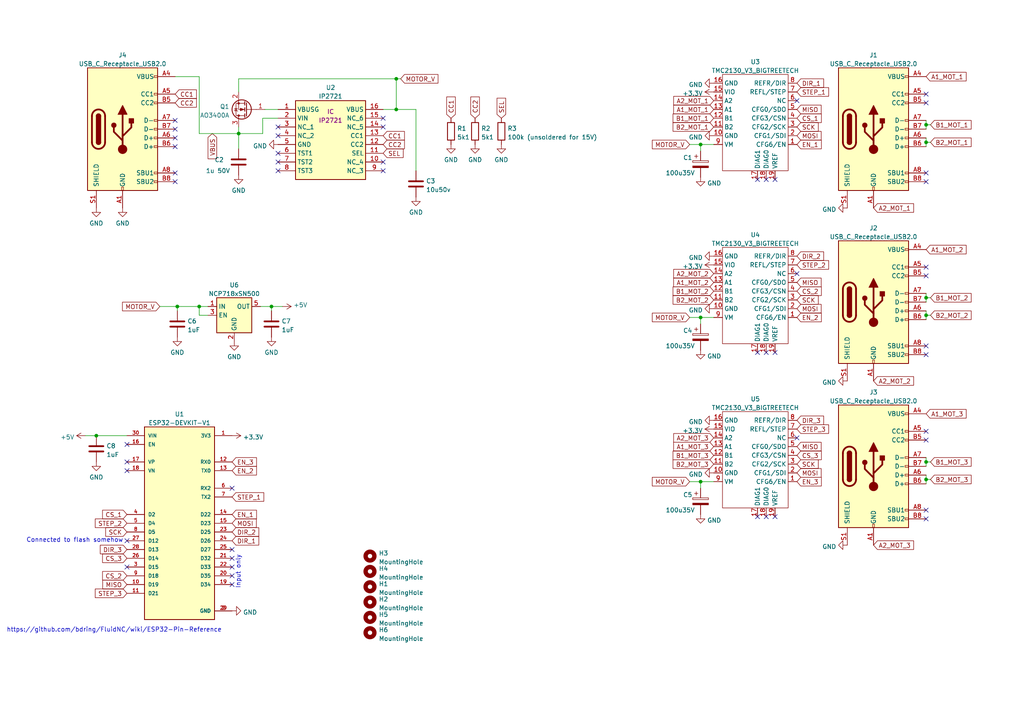
<source format=kicad_sch>
(kicad_sch (version 20211123) (generator eeschema)
  (paper "A4")
  (lib_symbols
    (symbol "Connector:USB_C_Receptacle_USB2.0" (pin_names (offset 1.016))
      (property "Reference" "J" (at -10.16 19.05 0))
      (property "Value" "USB_C_Receptacle_USB2.0" (at 19.05 19.05 0))
      (symbol "USB_C_Receptacle_USB2.0_0_0"
        (rectangle (start -0.254 -17.78) (end 0.254 -16.764))
        (rectangle (start 10.16 -14.986) (end 9.144 -15.494))
        (rectangle (start 10.16 -12.446) (end 9.144 -12.954))
        (rectangle (start 10.16 -4.826) (end 9.144 -5.334))
        (rectangle (start 10.16 -2.286) (end 9.144 -2.794))
        (rectangle (start 10.16 0.254) (end 9.144 -0.254))
        (rectangle (start 10.16 2.794) (end 9.144 2.286))
        (rectangle (start 10.16 7.874) (end 9.144 7.366))
        (rectangle (start 10.16 10.414) (end 9.144 9.906))
        (rectangle (start 10.16 15.494) (end 9.144 14.986))
      )
      (symbol "USB_C_Receptacle_USB2.0_0_1"
        (rectangle (start -10.16 17.78) (end 10.16 -17.78) (stroke (width 0.254)) (fill (type background)))
        (arc (start -8.89 -3.81) (mid -6.985 -5.715) (end -5.08 -3.81) (stroke (width 0.508)))
        (arc (start -7.62 -3.81) (mid -6.985 -4.445) (end -6.35 -3.81) (stroke (width 0.254)))
        (arc (start -7.62 -3.81) (mid -6.985 -4.445) (end -6.35 -3.81) (stroke (width 0.254)) (fill (type outline)))
        (rectangle (start -7.62 -3.81) (end -6.35 3.81) (stroke (width 0.254)) (fill (type outline)))
        (arc (start -6.35 3.81) (mid -6.985 4.445) (end -7.62 3.81) (stroke (width 0.254)))
        (arc (start -6.35 3.81) (mid -6.985 4.445) (end -7.62 3.81) (stroke (width 0.254)) (fill (type outline)))
        (arc (start -5.08 3.81) (mid -6.985 5.715) (end -8.89 3.81) (stroke (width 0.508)))
        (circle (center -2.54 1.143) (radius 0.635) (stroke (width 0.254)) (fill (type outline)))
        (circle (center 0 -5.842) (radius 1.27) (fill (type outline)))
        (polyline (pts (xy -8.89 -3.81) (xy -8.89 3.81)) (stroke (width 0.508)))
        (polyline (pts (xy -5.08 3.81) (xy -5.08 -3.81)) (stroke (width 0.508)))
        (polyline (pts (xy 0 -5.842) (xy 0 4.318)) (stroke (width 0.508)))
        (polyline (pts (xy 0 -3.302) (xy -2.54 -0.762) (xy -2.54 0.508)) (stroke (width 0.508)))
        (polyline (pts (xy 0 -2.032) (xy 2.54 0.508) (xy 2.54 1.778)) (stroke (width 0.508)))
        (polyline (pts (xy -1.27 4.318) (xy 0 6.858) (xy 1.27 4.318) (xy -1.27 4.318)) (stroke (width 0.254)) (fill (type outline)))
        (rectangle (start 1.905 1.778) (end 3.175 3.048) (stroke (width 0.254)) (fill (type outline)))
      )
      (symbol "USB_C_Receptacle_USB2.0_1_1"
        (pin passive line (at 0 -22.86 90) (length 5.08) (name "GND") (number "A1"))
        (pin passive line (at 0 -22.86 90) (length 5.08) hide (name "GND") (number "A12"))
        (pin passive line (at 15.24 15.24 180) (length 5.08) (name "VBUS") (number "A4"))
        (pin bidirectional line (at 15.24 10.16 180) (length 5.08) (name "CC1") (number "A5"))
        (pin bidirectional line (at 15.24 -2.54 180) (length 5.08) (name "D+") (number "A6"))
        (pin bidirectional line (at 15.24 2.54 180) (length 5.08) (name "D-") (number "A7"))
        (pin bidirectional line (at 15.24 -12.7 180) (length 5.08) (name "SBU1") (number "A8"))
        (pin passive line (at 15.24 15.24 180) (length 5.08) hide (name "VBUS") (number "A9"))
        (pin passive line (at 0 -22.86 90) (length 5.08) hide (name "GND") (number "B1"))
        (pin passive line (at 0 -22.86 90) (length 5.08) hide (name "GND") (number "B12"))
        (pin passive line (at 15.24 15.24 180) (length 5.08) hide (name "VBUS") (number "B4"))
        (pin bidirectional line (at 15.24 7.62 180) (length 5.08) (name "CC2") (number "B5"))
        (pin bidirectional line (at 15.24 -5.08 180) (length 5.08) (name "D+") (number "B6"))
        (pin bidirectional line (at 15.24 0 180) (length 5.08) (name "D-") (number "B7"))
        (pin bidirectional line (at 15.24 -15.24 180) (length 5.08) (name "SBU2") (number "B8"))
        (pin passive line (at 15.24 15.24 180) (length 5.08) hide (name "VBUS") (number "B9"))
        (pin passive line (at -7.62 -22.86 90) (length 5.08) (name "SHIELD") (number "S1"))
      )
    )
    (symbol "Device:C" (pin_numbers hide) (pin_names (offset 0.254))
      (property "Reference" "C" (at 0.635 2.54 0))
      (property "Value" "C" (at 0.635 -2.54 0))
      (symbol "C_0_1"
        (polyline (pts (xy -2.032 -0.762) (xy 2.032 -0.762)) (stroke (width 0.508)))
        (polyline (pts (xy -2.032 0.762) (xy 2.032 0.762)) (stroke (width 0.508)))
      )
      (symbol "C_1_1"
        (pin passive line (at 0 3.81 270) (length 2.794) (name "~") (number "1"))
        (pin passive line (at 0 -3.81 90) (length 2.794) (name "~") (number "2"))
      )
    )
    (symbol "Device:C_Polarized" (pin_numbers hide) (pin_names (offset 0.254))
      (property "Reference" "C" (at 0.635 2.54 0))
      (property "Value" "C_Polarized" (at 0.635 -2.54 0))
      (symbol "C_Polarized_0_1"
        (rectangle (start -2.286 0.508) (end 2.286 1.016))
        (polyline (pts (xy -1.778 2.286) (xy -0.762 2.286)))
        (polyline (pts (xy -1.27 2.794) (xy -1.27 1.778)))
        (rectangle (start 2.286 -0.508) (end -2.286 -1.016) (fill (type outline)))
      )
      (symbol "C_Polarized_1_1"
        (pin passive line (at 0 3.81 270) (length 2.794) (name "~") (number "1"))
        (pin passive line (at 0 -3.81 90) (length 2.794) (name "~") (number "2"))
      )
    )
    (symbol "Device:R" (pin_numbers hide) (pin_names (offset 0))
      (property "Reference" "R" (at 2.032 0 90))
      (property "Value" "R" (at 0 0 90))
      (symbol "R_0_1"
        (rectangle (start -1.016 -2.54) (end 1.016 2.54) (stroke (width 0.254)))
      )
      (symbol "R_1_1"
        (pin passive line (at 0 3.81 270) (length 1.27) (name "~") (number "1"))
        (pin passive line (at 0 -3.81 90) (length 1.27) (name "~") (number "2"))
      )
    )
    (symbol "Mechanical:MountingHole" (pin_names (offset 1.016))
      (property "Reference" "H" (at 0 5.08 0))
      (property "Value" "MountingHole" (at 0 3.175 0))
      (symbol "MountingHole_0_1"
        (circle (center 0 0) (radius 1.27) (stroke (width 1.27)))
      )
    )
    (symbol "Regulator_Linear:NCP718xSN500"
      (property "Reference" "U" (at -3.81 6.35 0))
      (property "Value" "NCP718xSN500" (at 6.35 6.35 0))
      (symbol "NCP718xSN500_0_1"
        (rectangle (start -5.08 -5.08) (end 5.08 5.08) (stroke (width 0.254)) (fill (type background)))
        (pin power_in line (at -7.62 2.54 0) (length 2.54) (name "IN") (number "1"))
        (pin power_in line (at 0 -7.62 90) (length 2.54) (name "GND") (number "2"))
        (pin input line (at -7.62 0 0) (length 2.54) (name "EN") (number "3"))
        (pin no_connect line (at 5.08 0 180) (length 2.54) hide (name "NC") (number "4"))
        (pin power_out line (at 7.62 2.54 180) (length 2.54) (name "OUT") (number "5"))
      )
    )
    (symbol "TMC2130_V3_BIGTREETECH_1"
      (property "Reference" "U" (at 0 2.54 0))
      (property "Value" "TMC2130_V3_BIGTREETECH_1" (at 0 0 0))
      (symbol "TMC2130_V3_BIGTREETECH_1_0_1"
        (rectangle (start -8.89 -1.27) (end 10.16 -29.21) (stroke (width 0.1524)))
      )
      (symbol "TMC2130_V3_BIGTREETECH_1_1_1"
        (pin input line (at 12.7 -21.59 180) (length 2.54) (name "CFG6/EN") (number "1"))
        (pin input line (at -11.43 -19.05 0) (length 2.54) (name "GND") (number "10"))
        (pin input line (at -11.43 -16.51 0) (length 2.54) (name "B2") (number "11"))
        (pin input line (at -11.43 -13.97 0) (length 2.54) (name "B1") (number "12"))
        (pin input line (at -11.43 -11.43 0) (length 2.54) (name "A1") (number "13"))
        (pin input line (at -11.43 -8.89 0) (length 2.54) (name "A2") (number "14"))
        (pin input line (at -11.43 -6.35 0) (length 2.54) (name "VIO") (number "15"))
        (pin input line (at -11.43 -3.81 0) (length 2.54) (name "GND") (number "16"))
        (pin input line (at 1.27 -31.75 90) (length 2.54) (name "DIAG1") (number "17"))
        (pin input line (at 3.81 -31.75 90) (length 2.54) (name "DIAG0") (number "18"))
        (pin input line (at 6.35 -31.75 90) (length 2.54) (name "VREF") (number "19"))
        (pin input line (at 12.7 -19.05 180) (length 2.54) (name "CFG1/SDI") (number "2"))
        (pin input line (at 12.7 -16.51 180) (length 2.54) (name "CFG2/SCK") (number "3"))
        (pin input line (at 12.7 -13.97 180) (length 2.54) (name "CFG3/CSN") (number "4"))
        (pin input line (at 12.7 -11.43 180) (length 2.54) (name "CFG0/SDO") (number "5"))
        (pin input line (at 12.7 -8.89 180) (length 2.54) (name "NC") (number "6"))
        (pin input line (at 12.7 -6.35 180) (length 2.54) (name "REFL/STEP") (number "7"))
        (pin input line (at 12.7 -3.81 180) (length 2.54) (name "REFR/DIR") (number "8"))
        (pin input line (at -11.43 -21.59 0) (length 2.54) (name "VM") (number "9"))
      )
    )
    (symbol "TMC2130_V3_BIGTREETECH_2"
      (property "Reference" "U" (at 0 2.54 0))
      (property "Value" "TMC2130_V3_BIGTREETECH_2" (at 0 0 0))
      (symbol "TMC2130_V3_BIGTREETECH_2_0_1"
        (rectangle (start -8.89 -1.27) (end 10.16 -29.21) (stroke (width 0.1524)))
      )
      (symbol "TMC2130_V3_BIGTREETECH_2_1_1"
        (pin input line (at 12.7 -21.59 180) (length 2.54) (name "CFG6/EN") (number "1"))
        (pin input line (at -11.43 -19.05 0) (length 2.54) (name "GND") (number "10"))
        (pin input line (at -11.43 -16.51 0) (length 2.54) (name "B2") (number "11"))
        (pin input line (at -11.43 -13.97 0) (length 2.54) (name "B1") (number "12"))
        (pin input line (at -11.43 -11.43 0) (length 2.54) (name "A1") (number "13"))
        (pin input line (at -11.43 -8.89 0) (length 2.54) (name "A2") (number "14"))
        (pin input line (at -11.43 -6.35 0) (length 2.54) (name "VIO") (number "15"))
        (pin input line (at -11.43 -3.81 0) (length 2.54) (name "GND") (number "16"))
        (pin input line (at 1.27 -31.75 90) (length 2.54) (name "DIAG1") (number "17"))
        (pin input line (at 3.81 -31.75 90) (length 2.54) (name "DIAG0") (number "18"))
        (pin input line (at 6.35 -31.75 90) (length 2.54) (name "VREF") (number "19"))
        (pin input line (at 12.7 -19.05 180) (length 2.54) (name "CFG1/SDI") (number "2"))
        (pin input line (at 12.7 -16.51 180) (length 2.54) (name "CFG2/SCK") (number "3"))
        (pin input line (at 12.7 -13.97 180) (length 2.54) (name "CFG3/CSN") (number "4"))
        (pin input line (at 12.7 -11.43 180) (length 2.54) (name "CFG0/SDO") (number "5"))
        (pin input line (at 12.7 -8.89 180) (length 2.54) (name "NC") (number "6"))
        (pin input line (at 12.7 -6.35 180) (length 2.54) (name "REFL/STEP") (number "7"))
        (pin input line (at 12.7 -3.81 180) (length 2.54) (name "REFR/DIR") (number "8"))
        (pin input line (at -11.43 -21.59 0) (length 2.54) (name "VM") (number "9"))
      )
    )
    (symbol "Transistor_FET:AO3400A" (pin_names hide)
      (property "Reference" "Q" (at 5.08 1.905 0))
      (property "Value" "AO3400A" (at 5.08 0 0))
      (symbol "AO3400A_0_1"
        (polyline (pts (xy 0.254 0) (xy -2.54 0)))
        (polyline (pts (xy 0.254 1.905) (xy 0.254 -1.905)) (stroke (width 0.254)))
        (polyline (pts (xy 0.762 -1.27) (xy 0.762 -2.286)) (stroke (width 0.254)))
        (polyline (pts (xy 0.762 0.508) (xy 0.762 -0.508)) (stroke (width 0.254)))
        (polyline (pts (xy 0.762 2.286) (xy 0.762 1.27)) (stroke (width 0.254)))
        (polyline (pts (xy 2.54 2.54) (xy 2.54 1.778)))
        (polyline (pts (xy 2.54 -2.54) (xy 2.54 0) (xy 0.762 0)))
        (polyline (pts (xy 0.762 -1.778) (xy 3.302 -1.778) (xy 3.302 1.778) (xy 0.762 1.778)))
        (polyline (pts (xy 1.016 0) (xy 2.032 0.381) (xy 2.032 -0.381) (xy 1.016 0)) (fill (type outline)))
        (polyline (pts (xy 2.794 0.508) (xy 2.921 0.381) (xy 3.683 0.381) (xy 3.81 0.254)))
        (polyline (pts (xy 3.302 0.381) (xy 2.921 -0.254) (xy 3.683 -0.254) (xy 3.302 0.381)))
        (circle (center 1.651 0) (radius 2.794) (stroke (width 0.254)))
        (circle (center 2.54 -1.778) (radius 0.254) (fill (type outline)))
        (circle (center 2.54 1.778) (radius 0.254) (fill (type outline)))
      )
      (symbol "AO3400A_1_1"
        (pin input line (at -5.08 0 0) (length 2.54) (name "G") (number "1"))
        (pin passive line (at 2.54 -5.08 90) (length 2.54) (name "S") (number "2"))
        (pin passive line (at 2.54 5.08 270) (length 2.54) (name "D") (number "3"))
      )
    )
    (symbol "halfr_kicad_symbols:ESP32-DEVKIT-V1" (pin_names (offset 1.016))
      (property "Reference" "U" (at -10.16 30.48 0))
      (property "Value" "ESP32-DEVKIT-V1" (at -10.16 -30.48 0))
      (symbol "ESP32-DEVKIT-V1_0_0"
        (rectangle (start -10.16 -27.94) (end 10.16 27.94) (stroke (width 0.254)) (fill (type background)))
        (pin output line (at 15.24 25.4 180) (length 5.08) (name "3V3") (number "1"))
        (pin bidirectional line (at -15.24 -17.78 0) (length 5.08) (name "D19") (number "10"))
        (pin bidirectional line (at -15.24 -20.32 0) (length 5.08) (name "D21") (number "11"))
        (pin input line (at 15.24 17.78 180) (length 5.08) (name "RX0") (number "12"))
        (pin output line (at 15.24 15.24 180) (length 5.08) (name "TX0") (number "13"))
        (pin bidirectional line (at 15.24 2.54 180) (length 5.08) (name "D22") (number "14"))
        (pin bidirectional line (at 15.24 0 180) (length 5.08) (name "D23") (number "15"))
        (pin input line (at -15.24 22.86 0) (length 5.08) (name "EN") (number "16"))
        (pin bidirectional line (at -15.24 17.78 0) (length 5.08) (name "VP") (number "17"))
        (pin bidirectional line (at -15.24 15.24 0) (length 5.08) (name "VN") (number "18"))
        (pin bidirectional line (at 15.24 -17.78 180) (length 5.08) (name "D34") (number "19"))
        (pin power_in line (at 15.24 -25.4 180) (length 5.08) (name "GND") (number "2"))
        (pin bidirectional line (at 15.24 -15.24 180) (length 5.08) (name "D35") (number "20"))
        (pin bidirectional line (at 15.24 -10.16 180) (length 5.08) (name "D32") (number "21"))
        (pin bidirectional line (at 15.24 -12.7 180) (length 5.08) (name "D33") (number "22"))
        (pin bidirectional line (at 15.24 -2.54 180) (length 5.08) (name "D25") (number "23"))
        (pin bidirectional line (at 15.24 -5.08 180) (length 5.08) (name "D26") (number "24"))
        (pin bidirectional line (at 15.24 -7.62 180) (length 5.08) (name "D27") (number "25"))
        (pin bidirectional line (at -15.24 -10.16 0) (length 5.08) (name "D14") (number "26"))
        (pin bidirectional line (at -15.24 -5.08 0) (length 5.08) (name "D12") (number "27"))
        (pin bidirectional line (at -15.24 -7.62 0) (length 5.08) (name "D13") (number "28"))
        (pin power_in line (at 15.24 -25.4 180) (length 5.08) (name "GND") (number "29"))
        (pin bidirectional line (at -15.24 -12.7 0) (length 5.08) (name "D15") (number "3"))
        (pin input line (at -15.24 25.4 0) (length 5.08) (name "VIN") (number "30"))
        (pin bidirectional line (at -15.24 2.54 0) (length 5.08) (name "D2") (number "4"))
        (pin bidirectional line (at -15.24 0 0) (length 5.08) (name "D4") (number "5"))
        (pin input line (at 15.24 10.16 180) (length 5.08) (name "RX2") (number "6"))
        (pin output line (at 15.24 7.62 180) (length 5.08) (name "TX2") (number "7"))
        (pin bidirectional line (at -15.24 -2.54 0) (length 5.08) (name "D5") (number "8"))
        (pin bidirectional line (at -15.24 -15.24 0) (length 5.08) (name "D18") (number "9"))
      )
    )
    (symbol "halfr_kicad_symbols:IP2721"
      (property "Value" "IP2721" (at 0 0 0))
      (property "Reference_1" "IC" (at 26.67 7.62 0))
      (property "Value_1" "IP2721" (at 26.67 5.08 0))
      (symbol "IP2721_1_1"
        (rectangle (start 5.08 2.54) (end 25.4 -20.32) (stroke (width 0.254)) (fill (type background)))
        (pin passive line (at 0 0 0) (length 5.08) (name "VBUSG") (number "1"))
        (pin passive line (at 30.48 -15.24 180) (length 5.08) (name "NC_4") (number "10"))
        (pin passive line (at 30.48 -12.7 180) (length 5.08) (name "SEL") (number "11"))
        (pin passive line (at 30.48 -10.16 180) (length 5.08) (name "CC2") (number "12"))
        (pin passive line (at 30.48 -7.62 180) (length 5.08) (name "CC1") (number "13"))
        (pin passive line (at 30.48 -5.08 180) (length 5.08) (name "NC_5") (number "14"))
        (pin passive line (at 30.48 -2.54 180) (length 5.08) (name "NC_6") (number "15"))
        (pin passive line (at 30.48 0 180) (length 5.08) (name "VBUS") (number "16"))
        (pin passive line (at 0 -2.54 0) (length 5.08) (name "VIN") (number "2"))
        (pin passive line (at 0 -5.08 0) (length 5.08) (name "NC_1") (number "3"))
        (pin passive line (at 0 -7.62 0) (length 5.08) (name "NC_2") (number "4"))
        (pin passive line (at 0 -10.16 0) (length 5.08) (name "GND") (number "5"))
        (pin passive line (at 0 -12.7 0) (length 5.08) (name "TST1") (number "6"))
        (pin passive line (at 0 -15.24 0) (length 5.08) (name "TST2") (number "7"))
        (pin passive line (at 0 -17.78 0) (length 5.08) (name "TST3") (number "8"))
        (pin passive line (at 30.48 -17.78 180) (length 5.08) (name "NC_3") (number "9"))
      )
    )
    (symbol "halfr_kicad_symbols:TMC2130_V3_BIGTREETECH"
      (property "Reference" "U" (at 0 2.54 0))
      (property "Value" "TMC2130_V3_BIGTREETECH" (at 0 0 0))
      (symbol "TMC2130_V3_BIGTREETECH_0_1"
        (rectangle (start -8.89 -1.27) (end 10.16 -29.21) (stroke (width 0.1524)))
      )
      (symbol "TMC2130_V3_BIGTREETECH_1_1"
        (pin input line (at 12.7 -21.59 180) (length 2.54) (name "CFG6/EN") (number "1"))
        (pin input line (at -11.43 -19.05 0) (length 2.54) (name "GND") (number "10"))
        (pin input line (at -11.43 -16.51 0) (length 2.54) (name "B2") (number "11"))
        (pin input line (at -11.43 -13.97 0) (length 2.54) (name "B1") (number "12"))
        (pin input line (at -11.43 -11.43 0) (length 2.54) (name "A1") (number "13"))
        (pin input line (at -11.43 -8.89 0) (length 2.54) (name "A2") (number "14"))
        (pin input line (at -11.43 -6.35 0) (length 2.54) (name "VIO") (number "15"))
        (pin input line (at -11.43 -3.81 0) (length 2.54) (name "GND") (number "16"))
        (pin input line (at 1.27 -31.75 90) (length 2.54) (name "DIAG1") (number "17"))
        (pin input line (at 3.81 -31.75 90) (length 2.54) (name "DIAG0") (number "18"))
        (pin input line (at 6.35 -31.75 90) (length 2.54) (name "VREF") (number "19"))
        (pin input line (at 12.7 -19.05 180) (length 2.54) (name "CFG1/SDI") (number "2"))
        (pin input line (at 12.7 -16.51 180) (length 2.54) (name "CFG2/SCK") (number "3"))
        (pin input line (at 12.7 -13.97 180) (length 2.54) (name "CFG3/CSN") (number "4"))
        (pin input line (at 12.7 -11.43 180) (length 2.54) (name "CFG0/SDO") (number "5"))
        (pin input line (at 12.7 -8.89 180) (length 2.54) (name "NC") (number "6"))
        (pin input line (at 12.7 -6.35 180) (length 2.54) (name "REFL/STEP") (number "7"))
        (pin input line (at 12.7 -3.81 180) (length 2.54) (name "REFR/DIR") (number "8"))
        (pin input line (at -11.43 -21.59 0) (length 2.54) (name "VM") (number "9"))
      )
    )
    (symbol "power:+3.3V" (power) (pin_names (offset 0))
      (property "Value" "+3.3V" (at 0 3.556 0))
      (symbol "+3.3V_0_1"
        (polyline (pts (xy -0.762 1.27) (xy 0 2.54)))
        (polyline (pts (xy 0 0) (xy 0 2.54)))
        (polyline (pts (xy 0 2.54) (xy 0.762 1.27)))
      )
      (symbol "+3.3V_1_1"
        (pin power_in line (at 0 0 90) (length 0) hide (name "+3.3V") (number "1"))
      )
    )
    (symbol "power:+5V" (power) (pin_names (offset 0))
      (property "Value" "+5V" (at 0 3.556 0))
      (symbol "+5V_0_1"
        (polyline (pts (xy -0.762 1.27) (xy 0 2.54)))
        (polyline (pts (xy 0 0) (xy 0 2.54)))
        (polyline (pts (xy 0 2.54) (xy 0.762 1.27)))
      )
      (symbol "+5V_1_1"
        (pin power_in line (at 0 0 90) (length 0) hide (name "+5V") (number "1"))
      )
    )
    (symbol "power:GND" (power) (pin_names (offset 0))
      (property "Value" "GND" (at 0 -3.81 0))
      (symbol "GND_0_1"
        (polyline (pts (xy 0 0) (xy 0 -1.27) (xy 1.27 -1.27) (xy 0 -2.54) (xy -1.27 -1.27) (xy 0 -1.27)))
      )
      (symbol "GND_1_1"
        (pin power_in line (at 0 0 270) (length 0) hide (name "GND") (number "1"))
      )
    )
  )
  (junction (at 268.605 139.065))
  (junction (at 203.2 41.91))
  (junction (at 114.935 31.75))
  (junction (at 114.935 22.86))
  (junction (at 268.605 133.985))
  (junction (at 69.215 38.735))
  (junction (at 268.605 36.195))
  (junction (at 203.2 92.075))
  (junction (at 51.435 88.9))
  (junction (at 268.605 91.44))
  (junction (at 27.94 126.365))
  (junction (at 268.605 41.275))
  (junction (at 57.785 88.9))
  (junction (at 78.74 88.9))
  (junction (at 203.2 139.7))
  (junction (at 268.605 86.36))
  (no_connect (at 268.605 147.955))
  (no_connect (at 219.71 102.235))
  (no_connect (at 222.25 102.235))
  (no_connect (at 36.83 128.905))
  (no_connect (at 222.25 149.86))
  (no_connect (at 50.8 42.545))
  (no_connect (at 80.645 44.45))
  (no_connect (at 231.14 79.375))
  (no_connect (at 268.605 52.705))
  (no_connect (at 36.83 136.525))
  (no_connect (at 224.79 102.235))
  (no_connect (at 36.83 156.845))
  (no_connect (at 67.31 167.005))
  (no_connect (at 268.605 100.33))
  (no_connect (at 231.14 127))
  (no_connect (at 80.645 49.53))
  (no_connect (at 50.8 40.005))
  (no_connect (at 268.605 125.095))
  (no_connect (at 67.31 141.605))
  (no_connect (at 50.8 50.165))
  (no_connect (at 50.8 34.925))
  (no_connect (at 268.605 150.495))
  (no_connect (at 222.25 52.07))
  (no_connect (at 224.79 149.86))
  (no_connect (at 111.125 36.83))
  (no_connect (at 111.125 34.29))
  (no_connect (at 67.31 164.465))
  (no_connect (at 80.645 36.83))
  (no_connect (at 224.79 52.07))
  (no_connect (at 268.605 29.845))
  (no_connect (at 111.125 49.53))
  (no_connect (at 80.645 46.99))
  (no_connect (at 268.605 77.47))
  (no_connect (at 36.83 164.465))
  (no_connect (at 67.31 159.385))
  (no_connect (at 268.605 50.165))
  (no_connect (at 80.645 39.37))
  (no_connect (at 111.125 46.99))
  (no_connect (at 268.605 102.87))
  (no_connect (at 268.605 80.01))
  (no_connect (at 67.31 161.925))
  (no_connect (at 67.31 169.545))
  (no_connect (at 219.71 149.86))
  (no_connect (at 268.605 127.635))
  (no_connect (at 219.71 52.07))
  (no_connect (at 268.605 27.305))
  (no_connect (at 50.8 52.705))
  (no_connect (at 50.8 37.465))
  (no_connect (at 36.83 133.985))
  (no_connect (at 231.14 29.21))
  (wire (pts (xy 268.605 133.985) (xy 269.875 133.985)))
  (wire (pts (xy 268.605 41.275) (xy 269.875 41.275)))
  (wire (pts (xy 203.2 41.91) (xy 203.2 43.815)))
  (wire (pts (xy 268.605 86.36) (xy 268.605 87.63)))
  (wire (pts (xy 50.8 22.225) (xy 57.785 22.225)))
  (wire (pts (xy 268.605 91.44) (xy 269.875 91.44)))
  (wire (pts (xy 78.74 88.9) (xy 78.74 90.17)))
  (wire (pts (xy 69.215 22.86) (xy 114.935 22.86)))
  (wire (pts (xy 60.325 91.44) (xy 57.785 91.44)))
  (wire (pts (xy 268.605 137.795) (xy 268.605 139.065)))
  (wire (pts (xy 203.2 139.7) (xy 203.2 141.605)))
  (wire (pts (xy 268.605 86.36) (xy 269.875 86.36)))
  (wire (pts (xy 268.605 132.715) (xy 268.605 133.985)))
  (wire (pts (xy 69.215 26.67) (xy 69.215 22.86)))
  (wire (pts (xy 111.125 31.75) (xy 114.935 31.75)))
  (wire (pts (xy 268.605 41.275) (xy 268.605 42.545)))
  (wire (pts (xy 200.025 92.075) (xy 203.2 92.075)))
  (wire (pts (xy 27.94 126.365) (xy 36.83 126.365)))
  (wire (pts (xy 203.2 92.075) (xy 207.01 92.075)))
  (wire (pts (xy 200.025 41.91) (xy 203.2 41.91)))
  (wire (pts (xy 268.605 85.09) (xy 268.605 86.36)))
  (wire (pts (xy 200.025 139.7) (xy 203.2 139.7)))
  (wire (pts (xy 268.605 133.985) (xy 268.605 135.255)))
  (wire (pts (xy 268.605 36.195) (xy 268.605 37.465)))
  (wire (pts (xy 268.605 40.005) (xy 268.605 41.275)))
  (wire (pts (xy 57.785 88.9) (xy 57.785 91.44)))
  (wire (pts (xy 76.2 34.29) (xy 76.2 38.735)))
  (wire (pts (xy 268.605 139.065) (xy 268.605 140.335)))
  (wire (pts (xy 268.605 91.44) (xy 268.605 92.71)))
  (wire (pts (xy 51.435 88.9) (xy 51.435 90.17)))
  (wire (pts (xy 76.2 38.735) (xy 69.215 38.735)))
  (wire (pts (xy 80.645 34.29) (xy 76.2 34.29)))
  (wire (pts (xy 120.65 31.75) (xy 114.935 31.75)))
  (wire (pts (xy 203.2 139.7) (xy 207.01 139.7)))
  (wire (pts (xy 114.935 22.86) (xy 116.205 22.86)))
  (wire (pts (xy 203.2 41.91) (xy 207.01 41.91)))
  (wire (pts (xy 57.785 38.735) (xy 69.215 38.735)))
  (wire (pts (xy 114.935 22.86) (xy 114.935 31.75)))
  (wire (pts (xy 268.605 90.17) (xy 268.605 91.44)))
  (wire (pts (xy 78.74 88.9) (xy 81.915 88.9)))
  (wire (pts (xy 69.215 36.83) (xy 69.215 38.735)))
  (wire (pts (xy 46.355 88.9) (xy 51.435 88.9)))
  (wire (pts (xy 203.2 92.075) (xy 203.2 93.98)))
  (wire (pts (xy 75.565 88.9) (xy 78.74 88.9)))
  (wire (pts (xy 57.785 88.9) (xy 60.325 88.9)))
  (wire (pts (xy 69.215 38.735) (xy 69.215 43.18)))
  (wire (pts (xy 268.605 139.065) (xy 269.875 139.065)))
  (wire (pts (xy 57.785 22.225) (xy 57.785 38.735)))
  (wire (pts (xy 24.765 126.365) (xy 27.94 126.365)))
  (wire (pts (xy 268.605 34.925) (xy 268.605 36.195)))
  (wire (pts (xy 76.835 31.75) (xy 80.645 31.75)))
  (wire (pts (xy 51.435 88.9) (xy 57.785 88.9)))
  (wire (pts (xy 268.605 36.195) (xy 269.875 36.195)))
  (wire (pts (xy 120.65 31.75) (xy 120.65 49.53)))
  (image (at -52.705 150.495) (scale 1.60164))
  (text "https://github.com/bdring/FluidNC/wiki/ESP32-Pin-Reference" (at 1.905 183.515 0) (effects (font (size 1.27 1.27)) (justify left bottom)))
  (text "Connected to flash somehow" (at 7.62 157.48 0) (effects (font (size 1.27 1.27)) (justify left bottom)))
  (text "Input only\n" (at 69.85 170.815 90) (effects (font (size 1.27 1.27)) (justify left bottom)))
  (global_label "B2_MOT_1" (shape input) (at 269.875 41.275 0) (property "Intersheet References" "${INTERSHEET_REFS}" (effects hide)))
  (global_label "DIR_2" (shape input) (at 67.31 154.305 0) (property "Intersheet References" "${INTERSHEET_REFS}" (effects hide)))
  (global_label "MOSI" (shape input) (at 231.14 89.535 0) (property "Intersheet References" "${INTERSHEET_REFS}" (effects hide)))
  (global_label "STEP_3" (shape input) (at 36.83 172.085 180) (property "Intersheet References" "${INTERSHEET_REFS}" (effects hide)))
  (global_label "A2_MOT_2" (shape input) (at 253.365 110.49 0) (property "Intersheet References" "${INTERSHEET_REFS}" (effects hide)))
  (global_label "STEP_2" (shape input) (at 231.14 76.835 0) (property "Intersheet References" "${INTERSHEET_REFS}" (effects hide)))
  (global_label "SCK" (shape input) (at 231.14 36.83 0) (property "Intersheet References" "${INTERSHEET_REFS}" (effects hide)))
  (global_label "EN_1" (shape input) (at 67.31 149.225 0) (property "Intersheet References" "${INTERSHEET_REFS}" (effects hide)))
  (global_label "MOSI" (shape input) (at 231.14 39.37 0) (property "Intersheet References" "${INTERSHEET_REFS}" (effects hide)))
  (global_label "CS_2" (shape input) (at 36.83 167.005 180) (property "Intersheet References" "${INTERSHEET_REFS}" (effects hide)))
  (global_label "EN_3" (shape input) (at 67.31 133.985 0) (property "Intersheet References" "${INTERSHEET_REFS}" (effects hide)))
  (global_label "B1_MOT_3" (shape input) (at 269.875 133.985 0) (property "Intersheet References" "${INTERSHEET_REFS}" (effects hide)))
  (global_label "B2_MOT_3" (shape input) (at 207.01 134.62 180) (property "Intersheet References" "${INTERSHEET_REFS}" (effects hide)))
  (global_label "B1_MOT_2" (shape input) (at 269.875 86.36 0) (property "Intersheet References" "${INTERSHEET_REFS}" (effects hide)))
  (global_label "MOTOR_V" (shape input) (at 200.025 92.075 180) (property "Intersheet References" "${INTERSHEET_REFS}" (effects hide)))
  (global_label "CS_1" (shape input) (at 36.83 149.225 180) (property "Intersheet References" "${INTERSHEET_REFS}" (effects hide)))
  (global_label "STEP_2" (shape input) (at 36.83 151.765 180) (property "Intersheet References" "${INTERSHEET_REFS}" (effects hide)))
  (global_label "SEL" (shape input) (at 111.125 44.45 0) (property "Intersheet References" "${INTERSHEET_REFS}" (effects hide)))
  (global_label "A2_MOT_2" (shape input) (at 207.01 79.375 180) (property "Intersheet References" "${INTERSHEET_REFS}" (effects hide)))
  (global_label "SCK" (shape input) (at 36.83 154.305 180) (property "Intersheet References" "${INTERSHEET_REFS}" (effects hide)))
  (global_label "EN_2" (shape input) (at 67.31 136.525 0) (property "Intersheet References" "${INTERSHEET_REFS}" (effects hide)))
  (global_label "EN_3" (shape input) (at 231.14 139.7 0) (property "Intersheet References" "${INTERSHEET_REFS}" (effects hide)))
  (global_label "A1_MOT_1" (shape input) (at 268.605 22.225 0) (property "Intersheet References" "${INTERSHEET_REFS}" (effects hide)))
  (global_label "CS_2" (shape input) (at 231.14 84.455 0) (property "Intersheet References" "${INTERSHEET_REFS}" (effects hide)))
  (global_label "SCK" (shape input) (at 231.14 86.995 0) (property "Intersheet References" "${INTERSHEET_REFS}" (effects hide)))
  (global_label "CS_3" (shape input) (at 36.83 161.925 180) (property "Intersheet References" "${INTERSHEET_REFS}" (effects hide)))
  (global_label "B1_MOT_1" (shape input) (at 269.875 36.195 0) (property "Intersheet References" "${INTERSHEET_REFS}" (effects hide)))
  (global_label "MISO" (shape input) (at 231.14 129.54 0) (property "Intersheet References" "${INTERSHEET_REFS}" (effects hide)))
  (global_label "STEP_1" (shape input) (at 231.14 26.67 0) (property "Intersheet References" "${INTERSHEET_REFS}" (effects hide)))
  (global_label "A1_MOT_3" (shape input) (at 207.01 129.54 180) (property "Intersheet References" "${INTERSHEET_REFS}" (effects hide)))
  (global_label "CS_1" (shape input) (at 231.14 34.29 0) (property "Intersheet References" "${INTERSHEET_REFS}" (effects hide)))
  (global_label "MOSI" (shape input) (at 67.31 151.765 0) (property "Intersheet References" "${INTERSHEET_REFS}" (effects hide)))
  (global_label "VBUS" (shape input) (at 61.595 38.735 270) (property "Intersheet References" "${INTERSHEET_REFS}" (effects hide)))
  (global_label "CS_3" (shape input) (at 231.14 132.08 0) (property "Intersheet References" "${INTERSHEET_REFS}" (effects hide)))
  (global_label "MOTOR_V" (shape input) (at 200.025 41.91 180) (property "Intersheet References" "${INTERSHEET_REFS}" (effects hide)))
  (global_label "SEL" (shape input) (at 145.415 34.29 90) (property "Intersheet References" "${INTERSHEET_REFS}" (effects hide)))
  (global_label "EN_1" (shape input) (at 231.14 41.91 0) (property "Intersheet References" "${INTERSHEET_REFS}" (effects hide)))
  (global_label "B2_MOT_2" (shape input) (at 269.875 91.44 0) (property "Intersheet References" "${INTERSHEET_REFS}" (effects hide)))
  (global_label "STEP_1" (shape input) (at 67.31 144.145 0) (property "Intersheet References" "${INTERSHEET_REFS}" (effects hide)))
  (global_label "A1_MOT_2" (shape input) (at 207.01 81.915 180) (property "Intersheet References" "${INTERSHEET_REFS}" (effects hide)))
  (global_label "B1_MOT_2" (shape input) (at 207.01 84.455 180) (property "Intersheet References" "${INTERSHEET_REFS}" (effects hide)))
  (global_label "B2_MOT_2" (shape input) (at 207.01 86.995 180) (property "Intersheet References" "${INTERSHEET_REFS}" (effects hide)))
  (global_label "A1_MOT_3" (shape input) (at 268.605 120.015 0) (property "Intersheet References" "${INTERSHEET_REFS}" (effects hide)))
  (global_label "B2_MOT_3" (shape input) (at 269.875 139.065 0) (property "Intersheet References" "${INTERSHEET_REFS}" (effects hide)))
  (global_label "MOTOR_V" (shape input) (at 46.355 88.9 180) (property "Intersheet References" "${INTERSHEET_REFS}" (effects hide)))
  (global_label "DIR_2" (shape input) (at 231.14 74.295 0) (property "Intersheet References" "${INTERSHEET_REFS}" (effects hide)))
  (global_label "EN_2" (shape input) (at 231.14 92.075 0) (property "Intersheet References" "${INTERSHEET_REFS}" (effects hide)))
  (global_label "B1_MOT_3" (shape input) (at 207.01 132.08 180) (property "Intersheet References" "${INTERSHEET_REFS}" (effects hide)))
  (global_label "A2_MOT_3" (shape input) (at 253.365 158.115 0) (property "Intersheet References" "${INTERSHEET_REFS}" (effects hide)))
  (global_label "DIR_3" (shape input) (at 36.83 159.385 180) (property "Intersheet References" "${INTERSHEET_REFS}" (effects hide)))
  (global_label "CC2" (shape input) (at 50.8 29.845 0) (property "Intersheet References" "${INTERSHEET_REFS}" (effects hide)))
  (global_label "CC1" (shape input) (at 50.8 27.305 0) (property "Intersheet References" "${INTERSHEET_REFS}" (effects hide)))
  (global_label "MOSI" (shape input) (at 231.14 137.16 0) (property "Intersheet References" "${INTERSHEET_REFS}" (effects hide)))
  (global_label "B2_MOT_1" (shape input) (at 207.01 36.83 180) (property "Intersheet References" "${INTERSHEET_REFS}" (effects hide)))
  (global_label "A2_MOT_3" (shape input) (at 207.01 127 180) (property "Intersheet References" "${INTERSHEET_REFS}" (effects hide)))
  (global_label "A2_MOT_1" (shape input) (at 253.365 60.325 0) (property "Intersheet References" "${INTERSHEET_REFS}" (effects hide)))
  (global_label "A1_MOT_2" (shape input) (at 268.605 72.39 0) (property "Intersheet References" "${INTERSHEET_REFS}" (effects hide)))
  (global_label "SCK" (shape input) (at 231.14 134.62 0) (property "Intersheet References" "${INTERSHEET_REFS}" (effects hide)))
  (global_label "CC2" (shape input) (at 111.125 41.91 0) (property "Intersheet References" "${INTERSHEET_REFS}" (effects hide)))
  (global_label "MISO" (shape input) (at 231.14 31.75 0) (property "Intersheet References" "${INTERSHEET_REFS}" (effects hide)))
  (global_label "STEP_3" (shape input) (at 231.14 124.46 0) (property "Intersheet References" "${INTERSHEET_REFS}" (effects hide)))
  (global_label "DIR_1" (shape input) (at 231.14 24.13 0) (property "Intersheet References" "${INTERSHEET_REFS}" (effects hide)))
  (global_label "CC2" (shape input) (at 137.795 34.29 90) (property "Intersheet References" "${INTERSHEET_REFS}" (effects hide)))
  (global_label "B1_MOT_1" (shape input) (at 207.01 34.29 180) (property "Intersheet References" "${INTERSHEET_REFS}" (effects hide)))
  (global_label "MISO" (shape input) (at 231.14 81.915 0) (property "Intersheet References" "${INTERSHEET_REFS}" (effects hide)))
  (global_label "DIR_1" (shape input) (at 67.31 156.845 0) (property "Intersheet References" "${INTERSHEET_REFS}" (effects hide)))
  (global_label "MOTOR_V" (shape input) (at 200.025 139.7 180) (property "Intersheet References" "${INTERSHEET_REFS}" (effects hide)))
  (global_label "MOTOR_V" (shape input) (at 116.205 22.86 0) (property "Intersheet References" "${INTERSHEET_REFS}" (effects hide)))
  (global_label "A2_MOT_1" (shape input) (at 207.01 29.21 180) (property "Intersheet References" "${INTERSHEET_REFS}" (effects hide)))
  (global_label "CC1" (shape input) (at 130.81 34.29 90) (property "Intersheet References" "${INTERSHEET_REFS}" (effects hide)))
  (global_label "A1_MOT_1" (shape input) (at 207.01 31.75 180) (property "Intersheet References" "${INTERSHEET_REFS}" (effects hide)))
  (global_label "MISO" (shape input) (at 36.83 169.545 180) (property "Intersheet References" "${INTERSHEET_REFS}" (effects hide)))
  (global_label "DIR_3" (shape input) (at 231.14 121.92 0) (property "Intersheet References" "${INTERSHEET_REFS}" (effects hide)))
  (global_label "CC1" (shape input) (at 111.125 39.37 0) (property "Intersheet References" "${INTERSHEET_REFS}" (effects hide)))
  (symbol (lib_id "power:GND") (at 207.01 39.37 270) (unit 1)
    (property "Reference" "#PWR0101" (effects hide))
    (property "Value" "GND" (at 203.8351 39.8038 90) (effects (justify right)))
  )
  (symbol (lib_id "Device:C") (at 27.94 130.175 180) (unit 1)
    (property "Reference" "C8" (at 30.861 129.3403 0) (effects (justify right)))
    (property "Value" "1uF" (at 30.861 131.8772 0) (effects (justify right)))
    (property "Footprint" "Capacitor_SMD:C_0805_2012Metric_Pad1.18x1.45mm_HandSolder" (effects hide))
  )
  (symbol (lib_id "power:GND") (at 120.65 57.15 0) (unit 1)
    (property "Reference" "#PWR0108" (effects hide))
    (property "Value" "GND" (at 120.65 61.5934 0))
  )
  (symbol (lib_id "Device:C_Polarized") (at 203.2 145.415 0) (unit 1)
    (property "Reference" "C5" (at 198.12 143.51 0) (effects (justify left)))
    (property "Value" "100u35V" (at 193.04 147.955 0) (effects (justify left)))
    (property "Footprint" "Capacitor_SMD:CP_Elec_8x6.7" (effects hide))
  )
  (symbol (lib_id "Mechanical:MountingHole") (at 107.315 161.29 0) (unit 1)
    (property "Reference" "H3" (at 109.855 160.4553 0) (effects (justify left)))
    (property "Value" "MountingHole" (at 109.855 162.9922 0) (effects (justify left)))
    (property "Footprint" "MountingHole:MountingHole_5.3mm_M5_Pad_Via" (effects hide))
  )
  (symbol (lib_id "power:GND") (at 203.2 101.6 0) (unit 1)
    (property "Reference" "#PWR0121" (effects hide))
    (property "Value" "GND" (at 205.105 103.3038 0) (effects (justify left)))
  )
  (symbol (lib_id "power:GND") (at 207.01 24.13 270) (unit 1)
    (property "Reference" "#PWR0103" (effects hide))
    (property "Value" "GND" (at 203.8351 24.5638 90) (effects (justify right)))
  )
  (symbol (lib_id "halfr_kicad_symbols:IP2721") (at 80.645 31.75 0) (unit 1)
    (property "Reference" "U2" (at 95.885 25.4 0))
    (property "Value" "IP2721" (at 95.885 27.9369 0))
    (property "Footprint" "halfr_kicad_footprints:SOP65P640X120-16N" (effects hide))
    (property "Reference_1" "IC" (at 95.885 32.385 0))
    (property "Value_1" "IP2721" (at 95.885 34.9219 0))
    (property "Footprint_1" "SOP65P640X120-16N" (effects hide))
    (property "Datasheet_1" "https://datasheet.lcsc.com/szlcsc/2006111335_INJOINIC-IP2721_C603176.pdf" (effects hide))
    (property "Height" "1.2" (effects hide))
    (property "Manufacturer_Name" "INJOINIC" (effects hide))
    (property "Manufacturer_Part_Number" "IP2721" (effects hide))
  )
  (symbol (lib_id "power:GND") (at 130.81 41.91 0) (unit 1)
    (property "Reference" "#PWR0110" (effects hide))
    (property "Value" "GND" (at 130.81 46.3534 0))
  )
  (symbol (lib_id "Device:R") (at 137.795 38.1 0) (unit 1)
    (property "Reference" "R2" (at 139.573 37.2653 0) (effects (justify left)))
    (property "Value" "5k1" (at 139.573 39.8022 0) (effects (justify left)))
    (property "Footprint" "Resistor_SMD:R_0805_2012Metric_Pad1.20x1.40mm_HandSolder" (effects hide))
  )
  (symbol (lib_name "TMC2130_V3_BIGTREETECH_2") (lib_id "halfr_kicad_symbols:TMC2130_V3_BIGTREETECH") (at 218.44 70.485 0) (unit 1)
    (property "Reference" "U4" (at 219.075 68.106 0))
    (property "Value" "TMC2130_V3_BIGTREETECH" (at 219.075 70.6429 0))
    (property "Footprint" "halfr_kicad_footprints:TMC2130_V3_BIGTREETECH" (effects hide))
  )
  (symbol (lib_id "power:GND") (at 80.645 41.91 270) (unit 1)
    (property "Reference" "#PWR0107" (effects hide))
    (property "Value" "GND" (at 77.4701 42.3438 90) (effects (justify right)))
  )
  (symbol (lib_id "Device:C") (at 120.65 53.34 0) (unit 1)
    (property "Reference" "C3" (at 123.571 52.5053 0) (effects (justify left)))
    (property "Value" "10u50v" (at 123.571 55.0422 0) (effects (justify left)))
    (property "Footprint" "Capacitor_SMD:C_0805_2012Metric_Pad1.18x1.45mm_HandSolder" (effects hide))
  )
  (symbol (lib_id "power:+3.3V") (at 67.31 126.365 270) (unit 1)
    (property "Reference" "#PWR0123" (effects hide))
    (property "Value" "+3.3V" (at 70.485 126.7988 90) (effects (justify left)))
  )
  (symbol (lib_id "Regulator_Linear:NCP718xSN500") (at 67.945 91.44 0) (unit 1)
    (property "Reference" "U6" (at 67.945 82.6602 0))
    (property "Value" "NCP718xSN500" (at 67.945 85.1971 0))
    (property "Footprint" "Package_TO_SOT_SMD:SOT-23-5" (effects hide))
    (property "Datasheet" "https://www.onsemi.com/pub/Collateral/NCP718-D.PDF" (effects hide))
  )
  (symbol (lib_id "power:+3.3V") (at 207.01 76.835 90) (unit 1)
    (property "Reference" "#PWR0120" (effects hide))
    (property "Value" "+3.3V" (at 203.835 77.2688 90) (effects (justify left)))
  )
  (symbol (lib_id "power:GND") (at 245.745 110.49 270) (unit 1)
    (property "Reference" "#PWR?" (effects hide))
    (property "Value" "GND" (at 242.5701 110.9238 90) (effects (justify right)))
  )
  (symbol (lib_id "halfr_kicad_symbols:ESP32-DEVKIT-V1") (at 52.07 151.765 0) (unit 1)
    (property "Reference" "U1" (at 52.07 120.1252 0))
    (property "Value" "ESP32-DEVKIT-V1" (at 52.07 122.6621 0))
    (property "Footprint" "halfr_kicad_footprints:MODULE_ESP32_DEVKIT_V1" (effects hide))
    (property "MAXIMUM_PACKAGE_HEIGHT" "6.8 mm" (effects hide))
    (property "MANUFACTURER" "DOIT" (effects hide))
    (property "STANDARD" "Manufacturer Recommendations" (effects hide))
    (property "PARTREV" "N/A" (effects hide))
  )
  (symbol (lib_id "power:GND") (at 207.01 74.295 270) (unit 1)
    (property "Reference" "#PWR0119" (effects hide))
    (property "Value" "GND" (at 203.8351 74.7288 90) (effects (justify right)))
  )
  (symbol (lib_id "Connector:USB_C_Receptacle_USB2.0") (at 253.365 37.465 0) (unit 1)
    (property "Reference" "J1" (at 253.365 15.9852 0))
    (property "Value" "USB_C_Receptacle_USB2.0" (at 253.365 18.5221 0))
    (property "Footprint" "halfr_kicad_footprints:USB_C_Receptacle_GCT_USB4085" (effects hide))
    (property "Datasheet" "https://www.usb.org/sites/default/files/documents/usb_type-c.zip" (effects hide))
  )
  (symbol (lib_id "power:GND") (at 78.74 97.79 0) (unit 1)
    (property "Reference" "#PWR0126" (effects hide))
    (property "Value" "GND" (at 78.74 102.2334 0))
  )
  (symbol (lib_id "power:GND") (at 27.94 133.985 0) (unit 1)
    (property "Reference" "#PWR0128" (effects hide))
    (property "Value" "GND" (at 27.94 138.4284 0))
  )
  (symbol (lib_id "Mechanical:MountingHole") (at 107.315 165.735 0) (unit 1)
    (property "Reference" "H4" (at 109.855 164.9003 0) (effects (justify left)))
    (property "Value" "MountingHole" (at 109.855 167.4372 0) (effects (justify left)))
    (property "Footprint" "MountingHole:MountingHole_5.3mm_M5_Pad_Via" (effects hide))
  )
  (symbol (lib_id "Device:C") (at 69.215 46.99 0) (unit 1)
    (property "Reference" "C2" (at 62.23 46.355 0) (effects (justify left)))
    (property "Value" "1u 50V" (at 59.69 49.53 0) (effects (justify left)))
    (property "Footprint" "Capacitor_SMD:C_0805_2012Metric_Pad1.18x1.45mm_HandSolder" (effects hide))
  )
  (symbol (lib_id "Mechanical:MountingHole") (at 107.315 179.07 0) (unit 1)
    (property "Reference" "H5" (at 109.855 178.2353 0) (effects (justify left)))
    (property "Value" "MountingHole" (at 109.855 180.7722 0) (effects (justify left)))
    (property "Footprint" "MountingHole:MountingHole_5.3mm_M5_Pad_Via" (effects hide))
  )
  (symbol (lib_id "Transistor_FET:AO3400A") (at 71.755 31.75 180) (unit 1)
    (property "Reference" "Q1" (at 66.5481 30.9153 0) (effects (justify left)))
    (property "Value" "AO3400A" (at 66.5481 33.4522 0) (effects (justify left)))
    (property "Footprint" "Package_TO_SOT_SMD:SOT-23" (effects hide))
    (property "Datasheet" "http://www.aosmd.com/pdfs/datasheet/AO3400A.pdf" (effects hide))
  )
  (symbol (lib_id "power:GND") (at 207.01 89.535 270) (unit 1)
    (property "Reference" "#PWR0118" (effects hide))
    (property "Value" "GND" (at 203.8351 89.9688 90) (effects (justify right)))
  )
  (symbol (lib_id "power:GND") (at 67.945 99.06 0) (unit 1)
    (property "Reference" "#PWR0127" (effects hide))
    (property "Value" "GND" (at 67.945 103.5034 0))
  )
  (symbol (lib_id "power:GND") (at 51.435 97.79 0) (unit 1)
    (property "Reference" "#PWR0124" (effects hide))
    (property "Value" "GND" (at 51.435 102.2334 0))
  )
  (symbol (lib_id "Connector:USB_C_Receptacle_USB2.0") (at 253.365 87.63 0) (unit 1)
    (property "Reference" "J2" (at 253.365 66.1502 0))
    (property "Value" "USB_C_Receptacle_USB2.0" (at 253.365 68.6871 0))
    (property "Footprint" "halfr_kicad_footprints:USB_C_Receptacle_GCT_USB4085" (effects hide))
    (property "Datasheet" "https://www.usb.org/sites/default/files/documents/usb_type-c.zip" (effects hide))
  )
  (symbol (lib_id "power:+3.3V") (at 207.01 26.67 90) (unit 1)
    (property "Reference" "#PWR0112" (effects hide))
    (property "Value" "+3.3V" (at 203.835 27.1038 90) (effects (justify left)))
  )
  (symbol (lib_id "Mechanical:MountingHole") (at 107.315 174.625 0) (unit 1)
    (property "Reference" "H2" (at 109.855 173.7903 0) (effects (justify left)))
    (property "Value" "MountingHole" (at 109.855 176.3272 0) (effects (justify left)))
    (property "Footprint" "MountingHole:MountingHole_5.3mm_M5_Pad_Via" (effects hide))
  )
  (symbol (lib_id "Mechanical:MountingHole") (at 107.315 170.18 0) (unit 1)
    (property "Reference" "H1" (at 109.855 169.3453 0) (effects (justify left)))
    (property "Value" "MountingHole" (at 109.855 171.8822 0) (effects (justify left)))
    (property "Footprint" "MountingHole:MountingHole_5.3mm_M5_Pad_Via" (effects hide))
  )
  (symbol (lib_id "Device:C_Polarized") (at 203.2 97.79 0) (unit 1)
    (property "Reference" "C4" (at 198.12 95.885 0) (effects (justify left)))
    (property "Value" "100u35V" (at 193.04 100.33 0) (effects (justify left)))
    (property "Footprint" "Capacitor_SMD:CP_Elec_8x6.7" (effects hide))
  )
  (symbol (lib_id "power:GND") (at 203.2 149.225 0) (unit 1)
    (property "Reference" "#PWR0117" (effects hide))
    (property "Value" "GND" (at 205.105 150.9288 0) (effects (justify left)))
  )
  (symbol (lib_id "Connector:USB_C_Receptacle_USB2.0") (at 253.365 135.255 0) (unit 1)
    (property "Reference" "J3" (at 253.365 113.7752 0))
    (property "Value" "USB_C_Receptacle_USB2.0" (at 253.365 116.3121 0))
    (property "Footprint" "halfr_kicad_footprints:USB_C_Receptacle_GCT_USB4085" (effects hide))
    (property "Datasheet" "https://www.usb.org/sites/default/files/documents/usb_type-c.zip" (effects hide))
  )
  (symbol (lib_id "power:GND") (at 245.745 60.325 270) (unit 1)
    (property "Reference" "#PWR?" (effects hide))
    (property "Value" "GND" (at 242.5701 60.7588 90) (effects (justify right)))
  )
  (symbol (lib_id "Device:R") (at 130.81 38.1 0) (unit 1)
    (property "Reference" "R1" (at 132.588 37.2653 0) (effects (justify left)))
    (property "Value" "5k1" (at 132.588 39.8022 0) (effects (justify left)))
    (property "Footprint" "Resistor_SMD:R_0805_2012Metric_Pad1.20x1.40mm_HandSolder" (effects hide))
  )
  (symbol (lib_id "power:GND") (at 203.2 51.435 0) (unit 1)
    (property "Reference" "#PWR0102" (effects hide))
    (property "Value" "GND" (at 205.105 53.1388 0) (effects (justify left)))
  )
  (symbol (lib_name "TMC2130_V3_BIGTREETECH_1") (lib_id "halfr_kicad_symbols:TMC2130_V3_BIGTREETECH") (at 218.44 118.11 0) (unit 1)
    (property "Reference" "U5" (at 219.075 115.731 0))
    (property "Value" "TMC2130_V3_BIGTREETECH" (at 219.075 118.2679 0))
    (property "Footprint" "halfr_kicad_footprints:TMC2130_V3_BIGTREETECH" (effects hide))
  )
  (symbol (lib_id "power:GND") (at 27.94 60.325 0) (unit 1)
    (property "Reference" "#PWR0106" (effects hide))
    (property "Value" "GND" (at 27.94 64.7684 0))
  )
  (symbol (lib_id "Connector:USB_C_Receptacle_USB2.0") (at 35.56 37.465 0) (unit 1)
    (property "Reference" "J4" (at 35.56 15.9852 0))
    (property "Value" "USB_C_Receptacle_USB2.0" (at 35.56 18.5221 0))
    (property "Footprint" "halfr_kicad_footprints:USB_C_Receptacle_GCT_USB4085" (effects hide))
    (property "Datasheet" "https://www.usb.org/sites/default/files/documents/usb_type-c.zip" (effects hide))
  )
  (symbol (lib_id "Mechanical:MountingHole") (at 107.315 183.515 0) (unit 1)
    (property "Reference" "H6" (at 109.855 182.6803 0) (effects (justify left)))
    (property "Value" "MountingHole" (at 109.855 185.2172 0) (effects (justify left)))
    (property "Footprint" "MountingHole:MountingHole_5.3mm_M5_Pad_Via" (effects hide))
  )
  (symbol (lib_id "power:GND") (at 207.01 137.16 270) (unit 1)
    (property "Reference" "#PWR0114" (effects hide))
    (property "Value" "GND" (at 203.8351 137.5938 90) (effects (justify right)))
  )
  (symbol (lib_id "power:GND") (at 245.745 158.115 270) (unit 1)
    (property "Reference" "#PWR?" (effects hide))
    (property "Value" "GND" (at 242.5701 158.5488 90) (effects (justify right)))
  )
  (symbol (lib_id "power:GND") (at 69.215 50.8 0) (unit 1)
    (property "Reference" "#PWR0104" (effects hide))
    (property "Value" "GND" (at 69.215 55.2434 0))
  )
  (symbol (lib_id "power:GND") (at 207.01 121.92 270) (unit 1)
    (property "Reference" "#PWR0116" (effects hide))
    (property "Value" "GND" (at 203.8351 122.3538 90) (effects (justify right)))
  )
  (symbol (lib_id "power:GND") (at 67.31 177.165 90) (unit 1)
    (property "Reference" "#PWR0109" (effects hide))
    (property "Value" "GND" (at 70.485 177.5988 90) (effects (justify right)))
  )
  (symbol (lib_id "halfr_kicad_symbols:TMC2130_V3_BIGTREETECH") (at 218.44 20.32 0) (unit 1)
    (property "Reference" "U3" (at 219.075 17.941 0))
    (property "Value" "TMC2130_V3_BIGTREETECH" (at 219.075 20.4779 0))
    (property "Footprint" "halfr_kicad_footprints:TMC2130_V3_BIGTREETECH" (effects hide))
  )
  (symbol (lib_id "Device:C") (at 78.74 93.98 0) (unit 1)
    (property "Reference" "C7" (at 81.661 93.1453 0) (effects (justify left)))
    (property "Value" "1uF" (at 81.661 95.6822 0) (effects (justify left)))
    (property "Footprint" "Capacitor_SMD:C_0805_2012Metric_Pad1.18x1.45mm_HandSolder" (effects hide))
  )
  (symbol (lib_id "power:+5V") (at 24.765 126.365 90) (unit 1)
    (property "Reference" "#PWR0122" (effects hide))
    (property "Value" "+5V" (at 21.5901 126.7988 90) (effects (justify left)))
  )
  (symbol (lib_id "power:GND") (at 137.795 41.91 0) (unit 1)
    (property "Reference" "#PWR0111" (effects hide))
    (property "Value" "GND" (at 137.795 46.3534 0))
  )
  (symbol (lib_id "power:GND") (at 145.415 41.91 0) (unit 1)
    (property "Reference" "#PWR0113" (effects hide))
    (property "Value" "GND" (at 145.415 46.3534 0))
  )
  (symbol (lib_id "power:+5V") (at 81.915 88.9 270) (unit 1)
    (property "Reference" "#PWR0125" (effects hide))
    (property "Value" "+5V" (at 85.0899 88.4662 90) (effects (justify left)))
  )
  (symbol (lib_id "power:+3.3V") (at 207.01 124.46 90) (unit 1)
    (property "Reference" "#PWR0115" (effects hide))
    (property "Value" "+3.3V" (at 203.835 124.8938 90) (effects (justify left)))
  )
  (symbol (lib_id "power:GND") (at 35.56 60.325 0) (unit 1)
    (property "Reference" "#PWR0105" (effects hide))
    (property "Value" "GND" (at 35.56 64.7684 0))
  )
  (symbol (lib_id "Device:C") (at 51.435 93.98 0) (unit 1)
    (property "Reference" "C6" (at 54.356 93.1453 0) (effects (justify left)))
    (property "Value" "1uF" (at 54.356 95.6822 0) (effects (justify left)))
    (property "Footprint" "Capacitor_SMD:C_0805_2012Metric_Pad1.18x1.45mm_HandSolder" (effects hide))
  )
  (symbol (lib_id "Device:C_Polarized") (at 203.2 47.625 0) (unit 1)
    (property "Reference" "C1" (at 198.12 45.72 0) (effects (justify left)))
    (property "Value" "100u35V" (at 193.04 50.165 0) (effects (justify left)))
    (property "Footprint" "Capacitor_SMD:CP_Elec_8x6.7" (effects hide))
  )
  (symbol (lib_id "Device:R") (at 145.415 38.1 0) (unit 1)
    (property "Reference" "R3" (at 147.193 37.2653 0) (effects (justify left)))
    (property "Value" "100k (unsoldered for 15V)" (at 147.193 39.8022 0) (effects (justify left)))
    (property "Footprint" "Resistor_SMD:R_0805_2012Metric_Pad1.20x1.40mm_HandSolder" (effects hide))
  )
)
</source>
